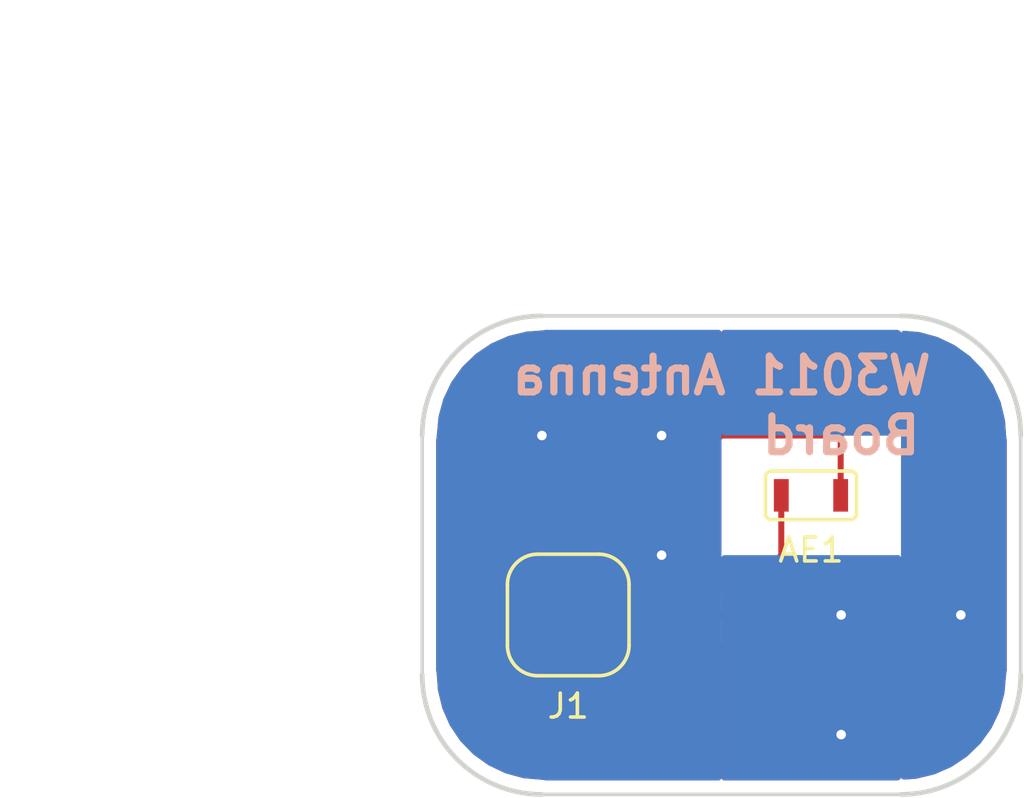
<source format=kicad_pcb>
(kicad_pcb (version 20171130) (host pcbnew "(5.0.2)-1")

  (general
    (thickness 1.6)
    (drawings 12)
    (tracks 18)
    (zones 0)
    (modules 2)
    (nets 3)
  )

  (page A4)
  (layers
    (0 F.Cu signal)
    (31 B.Cu signal)
    (32 B.Adhes user)
    (33 F.Adhes user)
    (34 B.Paste user)
    (35 F.Paste user)
    (36 B.SilkS user)
    (37 F.SilkS user)
    (38 B.Mask user)
    (39 F.Mask user)
    (40 Dwgs.User user)
    (41 Cmts.User user)
    (42 Eco1.User user)
    (43 Eco2.User user)
    (44 Edge.Cuts user)
    (45 Margin user)
    (46 B.CrtYd user)
    (47 F.CrtYd user)
    (48 B.Fab user)
    (49 F.Fab user)
  )

  (setup
    (last_trace_width 0.25)
    (trace_clearance 0.2)
    (zone_clearance 0.508)
    (zone_45_only no)
    (trace_min 0.2)
    (segment_width 0.2)
    (edge_width 0.15)
    (via_size 0.8)
    (via_drill 0.4)
    (via_min_size 0.4)
    (via_min_drill 0.3)
    (uvia_size 0.3)
    (uvia_drill 0.1)
    (uvias_allowed no)
    (uvia_min_size 0.2)
    (uvia_min_drill 0.1)
    (pcb_text_width 0.3)
    (pcb_text_size 1.5 1.5)
    (mod_edge_width 0.15)
    (mod_text_size 1 1)
    (mod_text_width 0.15)
    (pad_size 1.524 1.524)
    (pad_drill 0.762)
    (pad_to_mask_clearance 0)
    (aux_axis_origin 0 0)
    (visible_elements FFFFFF7F)
    (pcbplotparams
      (layerselection 0x010f0_ffffffff)
      (usegerberextensions false)
      (usegerberattributes false)
      (usegerberadvancedattributes false)
      (creategerberjobfile false)
      (excludeedgelayer true)
      (linewidth 0.100000)
      (plotframeref false)
      (viasonmask false)
      (mode 1)
      (useauxorigin false)
      (hpglpennumber 1)
      (hpglpenspeed 20)
      (hpglpendiameter 15.000000)
      (psnegative false)
      (psa4output false)
      (plotreference true)
      (plotvalue true)
      (plotinvisibletext false)
      (padsonsilk false)
      (subtractmaskfromsilk false)
      (outputformat 1)
      (mirror false)
      (drillshape 0)
      (scaleselection 1)
      (outputdirectory "./"))
  )

  (net 0 "")
  (net 1 "Net-(AE1-Pad1)")
  (net 2 GND)

  (net_class Default "This is the default net class."
    (clearance 0.2)
    (trace_width 0.25)
    (via_dia 0.8)
    (via_drill 0.4)
    (uvia_dia 0.3)
    (uvia_drill 0.1)
    (add_net GND)
    (add_net "Net-(AE1-Pad1)")
  )

  (module antenna:w3011 (layer F.Cu) (tedit 5CCE5778) (tstamp 5CCEC706)
    (at 131.24 97.5)
    (path /5CCEBB69)
    (fp_text reference AE1 (at 0 2.286) (layer F.SilkS)
      (effects (font (size 1 1) (thickness 0.15)))
    )
    (fp_text value W3011 (at 0 -2.159) (layer F.Fab)
      (effects (font (size 1 1) (thickness 0.15)))
    )
    (fp_line (start -1.651 -1.016) (end 1.651 -1.016) (layer F.SilkS) (width 0.15))
    (fp_line (start 1.905 -0.762) (end 1.905 0.762) (layer F.SilkS) (width 0.15))
    (fp_line (start 1.651 1.016) (end -1.651 1.016) (layer F.SilkS) (width 0.15))
    (fp_line (start -1.905 0.762) (end -1.905 -0.762) (layer F.SilkS) (width 0.15))
    (fp_arc (start -1.651 -0.762) (end -1.651 -1.016) (angle -90) (layer F.SilkS) (width 0.15))
    (fp_arc (start 1.651 -0.762) (end 1.905 -0.762) (angle -90) (layer F.SilkS) (width 0.15))
    (fp_arc (start 1.651 0.762) (end 1.651 1.016) (angle -90) (layer F.SilkS) (width 0.15))
    (fp_arc (start -1.651 0.762) (end -1.905 0.762) (angle -90) (layer F.SilkS) (width 0.15))
    (pad 1 smd rect (at -1.24 0) (size 0.62 1.36) (layers F.Cu F.Paste F.Mask)
      (net 1 "Net-(AE1-Pad1)"))
    (pad 2 smd rect (at 1.24 0) (size 0.62 1.36) (layers F.Cu F.Paste F.Mask)
      (net 2 GND))
  )

  (module antenna:ufl (layer F.Cu) (tedit 5CCE56C5) (tstamp 5CCEC715)
    (at 121.1 102.5)
    (path /5CCEB866)
    (fp_text reference J1 (at 0 3.81) (layer F.SilkS)
      (effects (font (size 1 1) (thickness 0.15)))
    )
    (fp_text value ufl (at 0 -3.81) (layer F.Fab)
      (effects (font (size 1 1) (thickness 0.15)))
    )
    (fp_line (start -1.27 -2.54) (end 1.27 -2.54) (layer F.SilkS) (width 0.15))
    (fp_line (start 2.54 -1.27) (end 2.54 1.27) (layer F.SilkS) (width 0.15))
    (fp_line (start 1.27 2.54) (end -1.27 2.54) (layer F.SilkS) (width 0.15))
    (fp_line (start -2.54 1.27) (end -2.54 -1.27) (layer F.SilkS) (width 0.15))
    (fp_arc (start -1.27 -1.27) (end -1.27 -2.54) (angle -90) (layer F.SilkS) (width 0.15))
    (fp_arc (start 1.27 -1.27) (end 2.54 -1.27) (angle -90) (layer F.SilkS) (width 0.15))
    (fp_arc (start 1.27 1.27) (end 1.27 2.54) (angle -90) (layer F.SilkS) (width 0.15))
    (fp_arc (start -1.27 1.27) (end -2.54 1.27) (angle -90) (layer F.SilkS) (width 0.15))
    (pad 1 smd rect (at -1.4 0) (size 1 2.2) (layers F.Cu F.Paste F.Mask)
      (net 2 GND))
    (pad 1 smd rect (at 1.4 0) (size 1 2.2) (layers F.Cu F.Paste F.Mask)
      (net 2 GND))
    (pad 2 smd rect (at 0 1.5) (size 1 1) (layers F.Cu F.Paste F.Mask)
      (net 1 "Net-(AE1-Pad1)"))
  )

  (gr_text Board (at 132.5 95) (layer B.SilkS)
    (effects (font (size 1.5 1.5) (thickness 0.3)) (justify mirror))
  )
  (gr_text "W3011 Antenna" (at 127.5 92.5) (layer B.SilkS)
    (effects (font (size 1.5 1.5) (thickness 0.3)) (justify mirror))
  )
  (gr_line (start 135 110) (end 120 110) (layer Edge.Cuts) (width 0.15))
  (gr_line (start 140 95) (end 140 105) (layer Edge.Cuts) (width 0.15))
  (gr_arc (start 120 105) (end 115 105) (angle -90) (layer Edge.Cuts) (width 0.2))
  (gr_arc (start 135 105) (end 135 110) (angle -90) (layer Edge.Cuts) (width 0.2))
  (gr_arc (start 135 95) (end 140 95) (angle -90) (layer Edge.Cuts) (width 0.2))
  (gr_arc (start 120 95) (end 120 90) (angle -90) (layer Edge.Cuts) (width 0.2))
  (dimension 20 (width 0.3) (layer Eco1.User)
    (gr_text "20.000 mm" (at 102.9 100 270) (layer Eco1.User)
      (effects (font (size 1.5 1.5) (thickness 0.3)))
    )
    (feature1 (pts (xy 115 110) (xy 104.413579 110)))
    (feature2 (pts (xy 115 90) (xy 104.413579 90)))
    (crossbar (pts (xy 105 90) (xy 105 110)))
    (arrow1a (pts (xy 105 110) (xy 104.413579 108.873496)))
    (arrow1b (pts (xy 105 110) (xy 105.586421 108.873496)))
    (arrow2a (pts (xy 105 90) (xy 104.413579 91.126504)))
    (arrow2b (pts (xy 105 90) (xy 105.586421 91.126504)))
  )
  (dimension 25 (width 0.3) (layer Eco1.User)
    (gr_text "25.000 mm" (at 127.5 77.9) (layer Eco1.User)
      (effects (font (size 1.5 1.5) (thickness 0.3)))
    )
    (feature1 (pts (xy 140 90) (xy 140 79.413579)))
    (feature2 (pts (xy 115 90) (xy 115 79.413579)))
    (crossbar (pts (xy 115 80) (xy 140 80)))
    (arrow1a (pts (xy 140 80) (xy 138.873496 80.586421)))
    (arrow1b (pts (xy 140 80) (xy 138.873496 79.413579)))
    (arrow2a (pts (xy 115 80) (xy 116.126504 80.586421)))
    (arrow2b (pts (xy 115 80) (xy 116.126504 79.413579)))
  )
  (gr_line (start 115 105) (end 115 95) (layer Edge.Cuts) (width 0.15))
  (gr_line (start 120 90) (end 135 90) (layer Edge.Cuts) (width 0.15))

  (segment (start 130 97.5) (end 130 100) (width 0.25) (layer F.Cu) (net 1))
  (segment (start 130 100) (end 127.5 102.5) (width 0.25) (layer F.Cu) (net 1))
  (segment (start 127.5 102.5) (end 125 105) (width 0.25) (layer F.Cu) (net 1))
  (segment (start 121.1 104.75) (end 121.35 105) (width 0.25) (layer F.Cu) (net 1))
  (segment (start 121.1 104) (end 121.1 104.75) (width 0.25) (layer F.Cu) (net 1))
  (segment (start 121.35 105) (end 125 105) (width 0.25) (layer F.Cu) (net 1))
  (segment (start 119.7 102.5) (end 122.5 102.5) (width 0.25) (layer F.Cu) (net 2))
  (segment (start 132.48 95.02) (end 132.48 97.5) (width 0.25) (layer F.Cu) (net 2))
  (segment (start 132.46 95) (end 132.48 95.02) (width 0.25) (layer F.Cu) (net 2))
  (segment (start 127.5 95) (end 132.46 95) (width 0.25) (layer F.Cu) (net 2))
  (segment (start 122.5 102.5) (end 122.5 100) (width 0.25) (layer F.Cu) (net 2))
  (segment (start 122.5 100) (end 127.5 95) (width 0.25) (layer F.Cu) (net 2))
  (via (at 120 95) (size 0.8) (drill 0.4) (layers F.Cu B.Cu) (net 2))
  (via (at 125 95) (size 0.8) (drill 0.4) (layers F.Cu B.Cu) (net 2))
  (via (at 132.5 107.5) (size 0.8) (drill 0.4) (layers F.Cu B.Cu) (net 2))
  (via (at 132.5 102.5) (size 0.8) (drill 0.4) (layers F.Cu B.Cu) (net 2))
  (via (at 137.5 102.5) (size 0.8) (drill 0.4) (layers F.Cu B.Cu) (net 2))
  (via (at 125 100) (size 0.8) (drill 0.4) (layers F.Cu B.Cu) (net 2))

  (zone (net 2) (net_name GND) (layer F.Cu) (tstamp 5CCEC8C2) (hatch edge 0.508)
    (connect_pads (clearance 0.508))
    (min_thickness 0.254)
    (fill yes (arc_segments 16) (thermal_gap 0.508) (thermal_bridge_width 0.508))
    (polygon
      (pts
        (xy 115 90) (xy 127.5 90) (xy 127.5 110) (xy 115 110)
      )
    )
    (filled_polygon
      (pts
        (xy 127.373 101.552199) (xy 127.01553 101.909669) (xy 127.015527 101.909671) (xy 124.685199 104.24) (xy 122.24744 104.24)
        (xy 122.24744 104.20181) (xy 122.373 104.07625) (xy 122.373 102.627) (xy 122.627 102.627) (xy 122.627 104.07625)
        (xy 122.78575 104.235) (xy 123.126309 104.235) (xy 123.359698 104.138327) (xy 123.538327 103.959699) (xy 123.635 103.72631)
        (xy 123.635 102.78575) (xy 123.47625 102.627) (xy 122.627 102.627) (xy 122.373 102.627) (xy 121.52375 102.627)
        (xy 121.365 102.78575) (xy 121.365 102.85256) (xy 120.835 102.85256) (xy 120.835 102.78575) (xy 120.67625 102.627)
        (xy 119.827 102.627) (xy 119.827 104.07625) (xy 119.95256 104.20181) (xy 119.95256 104.5) (xy 120.001843 104.747765)
        (xy 120.142191 104.957809) (xy 120.352235 105.098157) (xy 120.428759 105.113378) (xy 120.475223 105.182916) (xy 120.552072 105.297929)
        (xy 120.615527 105.340328) (xy 120.75967 105.484472) (xy 120.802071 105.547929) (xy 121.053463 105.715904) (xy 121.275148 105.76)
        (xy 121.275152 105.76) (xy 121.349999 105.774888) (xy 121.424846 105.76) (xy 124.925153 105.76) (xy 125 105.774888)
        (xy 125.074847 105.76) (xy 125.074852 105.76) (xy 125.296537 105.715904) (xy 125.547929 105.547929) (xy 125.590331 105.48447)
        (xy 127.373 103.701802) (xy 127.373 109.29) (xy 120.181273 109.29) (xy 120.149049 109.280271) (xy 120.065337 109.26791)
        (xy 119.245252 109.194719) (xy 118.514357 108.994769) (xy 117.830425 108.66855) (xy 117.215072 108.226374) (xy 116.687741 107.682211)
        (xy 116.265114 107.053274) (xy 115.960536 106.359429) (xy 115.782286 105.616961) (xy 115.733026 104.94617) (xy 115.711909 104.817214)
        (xy 115.71 104.811823) (xy 115.71 102.78575) (xy 118.565 102.78575) (xy 118.565 103.72631) (xy 118.661673 103.959699)
        (xy 118.840302 104.138327) (xy 119.073691 104.235) (xy 119.41425 104.235) (xy 119.573 104.07625) (xy 119.573 102.627)
        (xy 118.72375 102.627) (xy 118.565 102.78575) (xy 115.71 102.78575) (xy 115.71 101.27369) (xy 118.565 101.27369)
        (xy 118.565 102.21425) (xy 118.72375 102.373) (xy 119.573 102.373) (xy 119.573 100.92375) (xy 119.827 100.92375)
        (xy 119.827 102.373) (xy 120.67625 102.373) (xy 120.835 102.21425) (xy 120.835 101.27369) (xy 121.365 101.27369)
        (xy 121.365 102.21425) (xy 121.52375 102.373) (xy 122.373 102.373) (xy 122.373 100.92375) (xy 122.627 100.92375)
        (xy 122.627 102.373) (xy 123.47625 102.373) (xy 123.635 102.21425) (xy 123.635 101.27369) (xy 123.538327 101.040301)
        (xy 123.359698 100.861673) (xy 123.126309 100.765) (xy 122.78575 100.765) (xy 122.627 100.92375) (xy 122.373 100.92375)
        (xy 122.21425 100.765) (xy 121.873691 100.765) (xy 121.640302 100.861673) (xy 121.461673 101.040301) (xy 121.365 101.27369)
        (xy 120.835 101.27369) (xy 120.738327 101.040301) (xy 120.559698 100.861673) (xy 120.326309 100.765) (xy 119.98575 100.765)
        (xy 119.827 100.92375) (xy 119.573 100.92375) (xy 119.41425 100.765) (xy 119.073691 100.765) (xy 118.840302 100.861673)
        (xy 118.661673 101.040301) (xy 118.565 101.27369) (xy 115.71 101.27369) (xy 115.71 95.181273) (xy 115.719729 95.149049)
        (xy 115.73209 95.065337) (xy 115.805281 94.245253) (xy 116.005231 93.514357) (xy 116.33145 92.830425) (xy 116.773626 92.215072)
        (xy 117.317789 91.687741) (xy 117.946726 91.265114) (xy 118.64057 90.960537) (xy 119.383039 90.782285) (xy 120.05383 90.733026)
        (xy 120.182787 90.711909) (xy 120.188178 90.71) (xy 127.373 90.71)
      )
    )
  )
  (zone (net 2) (net_name GND) (layer F.Cu) (tstamp 5CCEC8BF) (hatch edge 0.508)
    (connect_pads (clearance 0.508))
    (min_thickness 0.254)
    (fill yes (arc_segments 16) (thermal_gap 0.508) (thermal_bridge_width 0.508))
    (polygon
      (pts
        (xy 127.5 90) (xy 135 90) (xy 135 95) (xy 127.5 95)
      )
    )
    (filled_polygon
      (pts
        (xy 134.850951 90.719729) (xy 134.873 90.722985) (xy 134.873 94.873) (xy 127.627 94.873) (xy 127.627 90.71)
        (xy 134.818727 90.71)
      )
    )
  )
  (zone (net 2) (net_name GND) (layer F.Cu) (tstamp 5CCEC8BC) (hatch edge 0.508)
    (connect_pads (clearance 0.508))
    (min_thickness 0.254)
    (fill yes (arc_segments 16) (thermal_gap 0.508) (thermal_bridge_width 0.508))
    (polygon
      (pts
        (xy 127.5 110) (xy 135 110) (xy 135 100) (xy 127.5 100)
      )
    )
    (filled_polygon
      (pts
        (xy 134.873 109.278956) (xy 134.817214 109.288091) (xy 134.811823 109.29) (xy 127.627 109.29) (xy 127.627 103.447802)
        (xy 128.090329 102.984473) (xy 128.090331 102.98447) (xy 130.484473 100.590329) (xy 130.547929 100.547929) (xy 130.715904 100.296537)
        (xy 130.749627 100.127) (xy 134.873 100.127)
      )
    )
    (filled_polygon
      (pts
        (xy 127.627 101.298199) (xy 127.627 100.127) (xy 128.798198 100.127)
      )
    )
  )
  (zone (net 2) (net_name GND) (layer F.Cu) (tstamp 5CCEC8B9) (hatch edge 0.508)
    (connect_pads (clearance 0.508))
    (min_thickness 0.254)
    (fill yes (arc_segments 16) (thermal_gap 0.508) (thermal_bridge_width 0.508))
    (polygon
      (pts
        (xy 135 90) (xy 140 90) (xy 140 110) (xy 135 110)
      )
    )
    (filled_polygon
      (pts
        (xy 135.754747 90.805281) (xy 136.485643 91.005231) (xy 137.169575 91.33145) (xy 137.784928 91.773626) (xy 138.312259 92.317789)
        (xy 138.734886 92.946726) (xy 139.039463 93.64057) (xy 139.217715 94.383039) (xy 139.266974 95.05383) (xy 139.288091 95.182787)
        (xy 139.29 95.188178) (xy 139.290001 104.818724) (xy 139.280271 104.850951) (xy 139.26791 104.934663) (xy 139.194719 105.754748)
        (xy 138.994769 106.485643) (xy 138.66855 107.169575) (xy 138.226374 107.784928) (xy 137.682211 108.312259) (xy 137.053274 108.734886)
        (xy 136.359429 109.039464) (xy 135.616961 109.217714) (xy 135.127 109.253695) (xy 135.127 90.749256)
      )
    )
  )
  (zone (net 2) (net_name GND) (layer B.Cu) (tstamp 5CCEC8B6) (hatch edge 0.508)
    (connect_pads (clearance 0.508))
    (min_thickness 0.254)
    (fill yes (arc_segments 16) (thermal_gap 0.508) (thermal_bridge_width 0.508))
    (polygon
      (pts
        (xy 115 90) (xy 127.5 90) (xy 127.5 110) (xy 115 110)
      )
    )
    (filled_polygon
      (pts
        (xy 127.373 109.29) (xy 120.181273 109.29) (xy 120.149049 109.280271) (xy 120.065337 109.26791) (xy 119.245252 109.194719)
        (xy 118.514357 108.994769) (xy 117.830425 108.66855) (xy 117.215072 108.226374) (xy 116.687741 107.682211) (xy 116.265114 107.053274)
        (xy 115.960536 106.359429) (xy 115.782286 105.616961) (xy 115.733026 104.94617) (xy 115.711909 104.817214) (xy 115.71 104.811823)
        (xy 115.71 95.181273) (xy 115.719729 95.149049) (xy 115.73209 95.065337) (xy 115.805281 94.245253) (xy 116.005231 93.514357)
        (xy 116.33145 92.830425) (xy 116.773626 92.215072) (xy 117.317789 91.687741) (xy 117.946726 91.265114) (xy 118.64057 90.960537)
        (xy 119.383039 90.782285) (xy 120.05383 90.733026) (xy 120.182787 90.711909) (xy 120.188178 90.71) (xy 127.373 90.71)
      )
    )
  )
  (zone (net 2) (net_name GND) (layer B.Cu) (tstamp 5CCEC8B3) (hatch edge 0.508)
    (connect_pads (clearance 0.508))
    (min_thickness 0.254)
    (fill yes (arc_segments 16) (thermal_gap 0.508) (thermal_bridge_width 0.508))
    (polygon
      (pts
        (xy 140 90) (xy 135 90) (xy 135 110) (xy 140 110)
      )
    )
    (filled_polygon
      (pts
        (xy 135.754747 90.805281) (xy 136.485643 91.005231) (xy 137.169575 91.33145) (xy 137.784928 91.773626) (xy 138.312259 92.317789)
        (xy 138.734886 92.946726) (xy 139.039463 93.64057) (xy 139.217715 94.383039) (xy 139.266974 95.05383) (xy 139.288091 95.182787)
        (xy 139.29 95.188178) (xy 139.290001 104.818724) (xy 139.280271 104.850951) (xy 139.26791 104.934663) (xy 139.194719 105.754748)
        (xy 138.994769 106.485643) (xy 138.66855 107.169575) (xy 138.226374 107.784928) (xy 137.682211 108.312259) (xy 137.053274 108.734886)
        (xy 136.359429 109.039464) (xy 135.616961 109.217714) (xy 135.127 109.253695) (xy 135.127 90.749256)
      )
    )
  )
  (zone (net 2) (net_name GND) (layer B.Cu) (tstamp 5CCEC8B0) (hatch edge 0.508)
    (connect_pads (clearance 0.508))
    (min_thickness 0.254)
    (fill yes (arc_segments 16) (thermal_gap 0.508) (thermal_bridge_width 0.508))
    (polygon
      (pts
        (xy 127.5 90) (xy 135 90) (xy 135 95) (xy 127.5 95)
      )
    )
    (filled_polygon
      (pts
        (xy 134.850951 90.719729) (xy 134.873 90.722985) (xy 134.873 94.873) (xy 127.627 94.873) (xy 127.627 90.71)
        (xy 134.818727 90.71)
      )
    )
  )
  (zone (net 2) (net_name GND) (layer B.Cu) (tstamp 5CCEC8AD) (hatch edge 0.508)
    (connect_pads (clearance 0.508))
    (min_thickness 0.254)
    (fill yes (arc_segments 16) (thermal_gap 0.508) (thermal_bridge_width 0.508))
    (polygon
      (pts
        (xy 135 110) (xy 135 100) (xy 127.5 100) (xy 127.5 110)
      )
    )
    (filled_polygon
      (pts
        (xy 134.873 109.278956) (xy 134.817214 109.288091) (xy 134.811823 109.29) (xy 127.627 109.29) (xy 127.627 100.127)
        (xy 134.873 100.127)
      )
    )
  )
)

</source>
